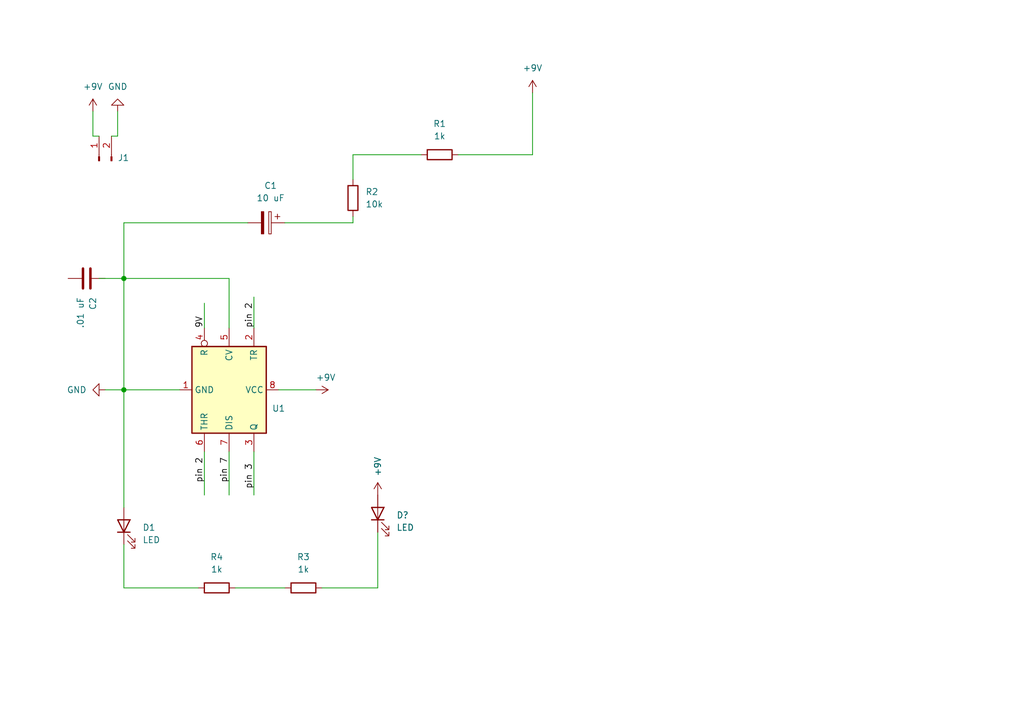
<source format=kicad_sch>
(kicad_sch (version 20211123) (generator eeschema)
  (paper "A5")
  (lib_symbols
    (symbol "Connector:Conn_01x02_Male" (pin_names (offset 1.016) hide)
      (property "Reference" "J" (at 0 2.54 0))
      (property "Value" "Conn_01x02_Male" (at 0 -5.08 0))
      (symbol "Conn_01x02_Male_1_1"
        (polyline (pts (xy 1.27 -2.54) (xy 0.8636 -2.54)) (stroke (width 0.1524)))
        (polyline (pts (xy 1.27 0) (xy 0.8636 0)) (stroke (width 0.1524)))
        (rectangle (start 0.8636 -2.413) (end 0 -2.667) (stroke (width 0.1524)) (fill (type outline)))
        (rectangle (start 0.8636 0.127) (end 0 -0.127) (stroke (width 0.1524)) (fill (type outline)))
        (pin passive line (at 5.08 0 180) (length 3.81) (name "Pin_1") (number "1"))
        (pin passive line (at 5.08 -2.54 180) (length 3.81) (name "Pin_2") (number "2"))
      )
    )
    (symbol "Device:C" (pin_numbers hide) (pin_names (offset 0.254))
      (property "Reference" "C" (at 0.635 2.54 0))
      (property "Value" "C" (at 0.635 -2.54 0))
      (symbol "C_0_1"
        (polyline (pts (xy -2.032 -0.762) (xy 2.032 -0.762)) (stroke (width 0.508)))
        (polyline (pts (xy -2.032 0.762) (xy 2.032 0.762)) (stroke (width 0.508)))
      )
      (symbol "C_1_1"
        (pin passive line (at 0 3.81 270) (length 2.794) (name "~") (number "1"))
        (pin passive line (at 0 -3.81 90) (length 2.794) (name "~") (number "2"))
      )
    )
    (symbol "Device:C_Polarized" (pin_numbers hide) (pin_names (offset 0.254))
      (property "Reference" "C" (at 0.635 2.54 0))
      (property "Value" "C_Polarized" (at 0.635 -2.54 0))
      (symbol "C_Polarized_0_1"
        (rectangle (start -2.286 0.508) (end 2.286 1.016))
        (polyline (pts (xy -1.778 2.286) (xy -0.762 2.286)))
        (polyline (pts (xy -1.27 2.794) (xy -1.27 1.778)))
        (rectangle (start 2.286 -0.508) (end -2.286 -1.016) (fill (type outline)))
      )
      (symbol "C_Polarized_1_1"
        (pin passive line (at 0 3.81 270) (length 2.794) (name "~") (number "1"))
        (pin passive line (at 0 -3.81 90) (length 2.794) (name "~") (number "2"))
      )
    )
    (symbol "Device:LED" (pin_numbers hide) (pin_names (offset 1.016) hide)
      (property "Reference" "D" (at 0 2.54 0))
      (property "Value" "LED" (at 0 -2.54 0))
      (symbol "LED_0_1"
        (polyline (pts (xy -1.27 -1.27) (xy -1.27 1.27)) (stroke (width 0.254)))
        (polyline (pts (xy -1.27 0) (xy 1.27 0)))
        (polyline (pts (xy 1.27 -1.27) (xy 1.27 1.27) (xy -1.27 0) (xy 1.27 -1.27)) (stroke (width 0.254)))
        (polyline (pts (xy -3.048 -0.762) (xy -4.572 -2.286) (xy -3.81 -2.286) (xy -4.572 -2.286) (xy -4.572 -1.524)))
        (polyline (pts (xy -1.778 -0.762) (xy -3.302 -2.286) (xy -2.54 -2.286) (xy -3.302 -2.286) (xy -3.302 -1.524)))
      )
      (symbol "LED_1_1"
        (pin passive line (at -3.81 0 0) (length 2.54) (name "K") (number "1"))
        (pin passive line (at 3.81 0 180) (length 2.54) (name "A") (number "2"))
      )
    )
    (symbol "Device:R" (pin_numbers hide) (pin_names (offset 0))
      (property "Reference" "R" (at 2.032 0 90))
      (property "Value" "R" (at 0 0 90))
      (symbol "R_0_1"
        (rectangle (start -1.016 -2.54) (end 1.016 2.54) (stroke (width 0.254)))
      )
      (symbol "R_1_1"
        (pin passive line (at 0 3.81 270) (length 1.27) (name "~") (number "1"))
        (pin passive line (at 0 -3.81 90) (length 1.27) (name "~") (number "2"))
      )
    )
    (symbol "Timer:NE555D"
      (property "Reference" "U" (at -10.16 8.89 0))
      (property "Value" "NE555D" (at 2.54 8.89 0))
      (symbol "NE555D_0_0"
        (pin power_in line (at 0 -10.16 90) (length 2.54) (name "GND") (number "1"))
        (pin power_in line (at 0 10.16 270) (length 2.54) (name "VCC") (number "8"))
      )
      (symbol "NE555D_0_1"
        (rectangle (start -8.89 -7.62) (end 8.89 7.62) (stroke (width 0.254)) (fill (type background)))
        (rectangle (start -8.89 -7.62) (end 8.89 7.62) (stroke (width 0.254)) (fill (type background)))
      )
      (symbol "NE555D_1_1"
        (pin input line (at -12.7 5.08 0) (length 3.81) (name "TR") (number "2"))
        (pin output line (at 12.7 5.08 180) (length 3.81) (name "Q") (number "3"))
        (pin input inverted (at -12.7 -5.08 0) (length 3.81) (name "R") (number "4"))
        (pin input line (at -12.7 0 0) (length 3.81) (name "CV") (number "5"))
        (pin input line (at 12.7 -5.08 180) (length 3.81) (name "THR") (number "6"))
        (pin input line (at 12.7 0 180) (length 3.81) (name "DIS") (number "7"))
      )
    )
    (symbol "power:+9V" (power) (pin_names (offset 0))
      (property "Value" "+9V" (at 0 3.556 0))
      (symbol "+9V_0_1"
        (polyline (pts (xy -0.762 1.27) (xy 0 2.54)))
        (polyline (pts (xy 0 0) (xy 0 2.54)))
        (polyline (pts (xy 0 2.54) (xy 0.762 1.27)))
      )
      (symbol "+9V_1_1"
        (pin power_in line (at 0 0 90) (length 0) hide (name "+9V") (number "1"))
      )
    )
    (symbol "power:GND" (power) (pin_names (offset 0))
      (property "Value" "GND" (at 0 -3.81 0))
      (symbol "GND_0_1"
        (polyline (pts (xy 0 0) (xy 0 -1.27) (xy 1.27 -1.27) (xy 0 -2.54) (xy -1.27 -1.27) (xy 0 -1.27)))
      )
      (symbol "GND_1_1"
        (pin power_in line (at 0 0 270) (length 0) hide (name "GND") (number "1"))
      )
    )
  )
  (junction (at 25.4 80.01))
  (junction (at 25.4 57.15))
  (wire (pts (xy 72.39 36.83) (xy 72.39 31.75)))
  (wire (pts (xy 72.39 31.75) (xy 86.36 31.75)))
  (wire (pts (xy 19.05 27.94) (xy 19.05 22.86)))
  (wire (pts (xy 24.13 27.94) (xy 24.13 22.86)))
  (wire (pts (xy 25.4 45.72) (xy 25.4 57.15)))
  (wire (pts (xy 57.15 80.01) (xy 64.77 80.01)))
  (wire (pts (xy 93.98 31.75) (xy 109.22 31.75)))
  (wire (pts (xy 77.47 120.65) (xy 77.47 109.22)))
  (wire (pts (xy 66.04 120.65) (xy 77.47 120.65)))
  (wire (pts (xy 20.32 27.94) (xy 19.05 27.94)))
  (wire (pts (xy 41.91 62.23) (xy 41.91 67.31)))
  (wire (pts (xy 41.91 92.71) (xy 41.91 101.6)))
  (wire (pts (xy 20.32 57.15) (xy 25.4 57.15)))
  (wire (pts (xy 52.07 92.71) (xy 52.07 101.6)))
  (wire (pts (xy 25.4 104.14) (xy 25.4 80.01)))
  (wire (pts (xy 25.4 45.72) (xy 50.8 45.72)))
  (wire (pts (xy 48.26 120.65) (xy 58.42 120.65)))
  (wire (pts (xy 25.4 120.65) (xy 40.64 120.65)))
  (wire (pts (xy 46.99 92.71) (xy 46.99 101.6)))
  (wire (pts (xy 109.22 31.75) (xy 109.22 19.05)))
  (wire (pts (xy 25.4 111.76) (xy 25.4 120.65)))
  (wire (pts (xy 25.4 80.01) (xy 36.83 80.01)))
  (wire (pts (xy 72.39 45.72) (xy 72.39 44.45)))
  (wire (pts (xy 25.4 57.15) (xy 25.4 80.01)))
  (wire (pts (xy 22.86 27.94) (xy 24.13 27.94)))
  (wire (pts (xy 46.99 67.31) (xy 46.99 57.15)))
  (wire (pts (xy 25.4 57.15) (xy 46.99 57.15)))
  (wire (pts (xy 21.59 80.01) (xy 25.4 80.01)))
  (wire (pts (xy 58.42 45.72) (xy 72.39 45.72)))
  (wire (pts (xy 52.07 60.96) (xy 52.07 67.31)))
  (label "pin 2" (at 52.07 67.31 90))
  (label "9V" (at 41.91 67.31 90))
  (label "pin 2" (at 41.91 99.06 90))
  (label "pin 3" (at 52.07 100.33 90))
  (label "pin 7" (at 46.99 99.06 90))
  (symbol (lib_id "Connector:Conn_01x02_Male") (at 20.32 33.02 90) (unit 1)
    (property "Reference" "J1" (at 24.13 32.3849 90) (effects (justify right)))
    (property "Value" "Conn_01x02_Male" (effects hide))
  )
  (symbol (lib_id "Device:C_Polarized") (at 54.61 45.72 270) (unit 1)
    (property "Reference" "C1" (at 55.499 38.1 90))
    (property "Value" "10 uF" (at 55.499 40.64 90))
  )
  (symbol (lib_id "Device:LED") (at 25.4 107.95 90) (unit 1)
    (property "Reference" "D1" (at 29.21 108.2674 90) (effects (justify right)))
    (property "Value" "LED" (at 29.21 110.8074 90) (effects (justify right)))
  )
  (symbol (lib_id "Timer:NE555D") (at 46.99 80.01 270) (unit 1)
    (property "Reference" "U1" (at 57.15 83.82 90))
    (property "Value" "NE555D" (effects hide))
    (property "Footprint" "Package_SO:SOIC-8_3.9x4.9mm_P1.27mm" (effects hide))
    (property "Datasheet" "http://www.ti.com/lit/ds/symlink/ne555.pdf" (effects hide))
  )
  (symbol (lib_id "power:GND") (at 24.13 22.86 180) (unit 1)
    (property "Reference" "#PWR?" (effects hide))
    (property "Value" "GND" (at 24.13 17.78 0))
  )
  (symbol (lib_id "power:+9V") (at 19.05 22.86 0) (unit 1)
    (property "Reference" "#PWR?" (effects hide))
    (property "Value" "+9V" (at 19.05 17.78 0))
  )
  (symbol (lib_id "Device:R") (at 72.39 40.64 180) (unit 1)
    (property "Reference" "R2" (at 74.93 39.3699 0) (effects (justify right)))
    (property "Value" "10k" (at 74.93 41.9099 0) (effects (justify right)))
  )
  (symbol (lib_id "Device:C") (at 17.78 57.15 90) (unit 1)
    (property "Reference" "C2" (at 19.0501 60.96 0) (effects (justify right)))
    (property "Value" ".01 uF" (at 16.5101 60.96 0) (effects (justify right)))
  )
  (symbol (lib_id "Device:R") (at 44.45 120.65 90) (unit 1)
    (property "Reference" "R4" (at 44.45 114.3 90))
    (property "Value" "1k" (at 44.45 116.84 90))
  )
  (symbol (lib_id "power:+9V") (at 64.77 80.01 270) (unit 1)
    (property "Reference" "#PWR?" (effects hide))
    (property "Value" "+9V" (at 64.77 77.47 90) (effects (justify left)))
  )
  (symbol (lib_id "power:GND") (at 21.59 80.01 270) (unit 1)
    (property "Reference" "#PWR?" (effects hide))
    (property "Value" "GND" (at 17.78 80.0099 90) (effects (justify right)))
  )
  (symbol (lib_id "power:+9V") (at 77.47 101.6 0) (unit 1)
    (property "Reference" "#PWR?" (effects hide))
    (property "Value" "+9V" (at 77.4701 97.79 90) (effects (justify left)))
  )
  (symbol (lib_id "power:+9V") (at 109.22 19.05 0) (unit 1)
    (property "Reference" "#PWR?" (effects hide))
    (property "Value" "+9V" (at 109.22 13.97 0))
  )
  (symbol (lib_id "Device:R") (at 62.23 120.65 90) (unit 1)
    (property "Reference" "R3" (at 62.23 114.3 90))
    (property "Value" "1k" (at 62.23 116.84 90))
  )
  (symbol (lib_id "Device:R") (at 90.17 31.75 270) (unit 1)
    (property "Reference" "R1" (at 90.17 25.4 90))
    (property "Value" "1k" (at 90.17 27.94 90))
  )
  (symbol (lib_id "Device:LED") (at 77.47 105.41 90) (unit 1)
    (property "Reference" "D?" (at 81.28 105.7274 90) (effects (justify right)))
    (property "Value" "LED" (at 81.28 108.2674 90) (effects (justify right)))
  )
)
</source>
